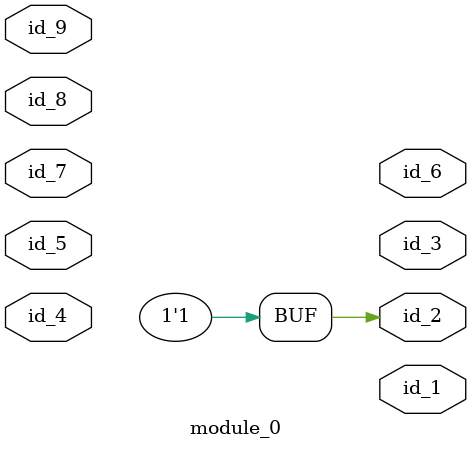
<source format=v>
module module_0 (
    id_1,
    id_2,
    id_3,
    id_4,
    id_5,
    id_6,
    id_7,
    id_8,
    id_9
);
  input id_9;
  inout id_8;
  input id_7;
  output id_6;
  input id_5;
  input id_4;
  output id_3;
  output id_2;
  output id_1;
  assign #id_9 id_2 = 1;
endmodule

</source>
